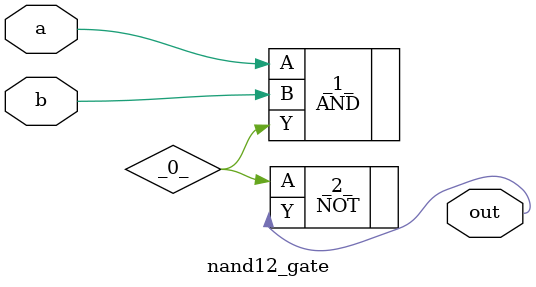
<source format=v>
/* Generated by Yosys 0.41+83 (git sha1 7045cf509, x86_64-w64-mingw32-g++ 13.2.1 -Os) */

/* cells_not_processed =  1  */
/* src = "nand12_gate.v:2.1-12.10" */
module nand12_gate(a, b, out);
  wire _0_;
  /* src = "nand12_gate.v:3.16-3.17" */
  input a;
  wire a;
  /* src = "nand12_gate.v:4.16-4.17" */
  input b;
  wire b;
  /* src = "nand12_gate.v:5.16-5.19" */
  output out;
  wire out;
  AND _1_ (
    .A(a),
    .B(b),
    .Y(_0_)
  );
  NOT _2_ (
    .A(_0_),
    .Y(out)
  );
endmodule

</source>
